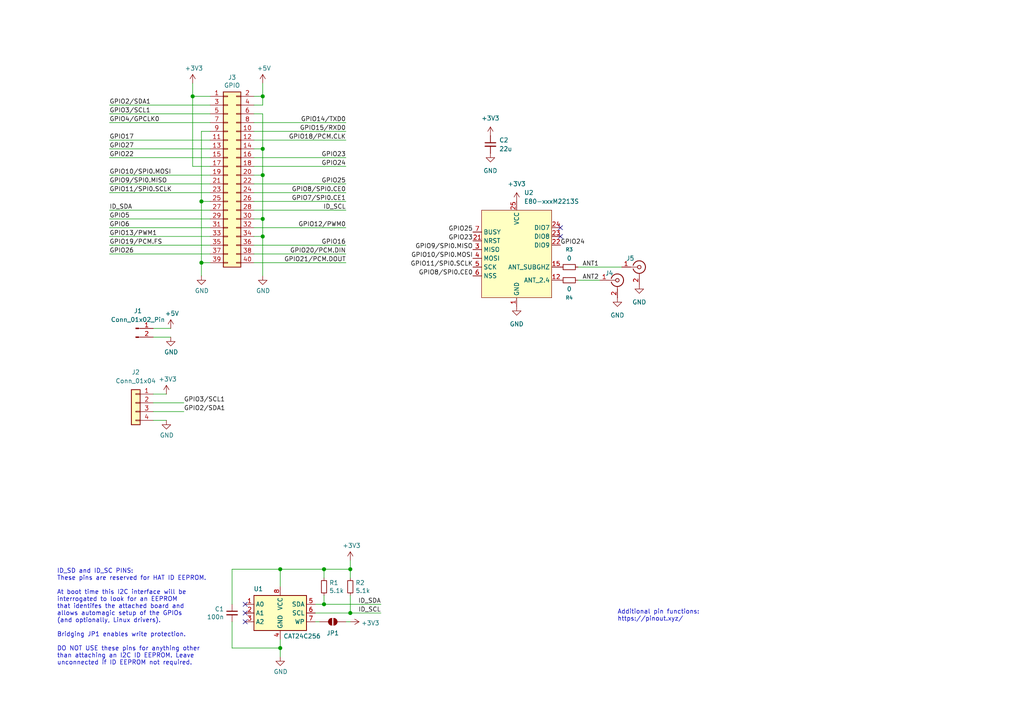
<source format=kicad_sch>
(kicad_sch (version 20250114) (generator "eeschema") (generator_version "9.0")
  (paper "A4")
  (title_block (date "15 nov 2012"))
  (lib_symbols
    (symbol "Connector:Conn_01x02_Pin" (pin_names (offset 1.016) (hide yes))
      (property "Reference" "J" (at 0 2.54 0))
      (property "Value" "Conn_01x02_Pin" (at 0 -5.08 0))
      (symbol "Conn_01x02_Pin_1_1"
        (rectangle (start 0.8636 0.127) (end 0 -0.127) (stroke (width 0.1524)) (fill (type outline)))
        (rectangle (start 0.8636 -2.413) (end 0 -2.667) (stroke (width 0.1524)) (fill (type outline)))
        (polyline (pts (xy 1.27 0) (xy 0.8636 0)) (stroke (width 0.1524)))
        (polyline (pts (xy 1.27 -2.54) (xy 0.8636 -2.54)) (stroke (width 0.1524)))
        (pin passive line (at 5.08 0 180) (length 3.81) (name "Pin_1") (number "1"))
        (pin passive line (at 5.08 -2.54 180) (length 3.81) (name "Pin_2") (number "2"))
      )
    )
    (symbol "Connector:Conn_Coaxial" (pin_names (offset 1.016) (hide yes))
      (property "Reference" "J" (at 0.254 3.048 0))
      (property "Value" "Conn_Coaxial" (at 2.921 0 90))
      (symbol "Conn_Coaxial_0_1"
        (polyline (pts (xy -2.54 0) (xy -0.508 0)))
        (arc (start 1.778 0) (mid 0.222 -1.8079) (end -1.778 -0.508) (stroke (width 0.254)))
        (arc (start -1.778 0.508) (mid 0.2221 1.8084) (end 1.778 0) (stroke (width 0.254)))
        (circle (center 0 0) (radius 0.508) (stroke (width 0.2032)))
        (polyline (pts (xy 0 -2.54) (xy 0 -1.778)))
      )
      (symbol "Conn_Coaxial_1_1"
        (pin passive line (at -5.08 0 0) (length 2.54) (name "In") (number "1"))
        (pin passive line (at 0 -5.08 90) (length 2.54) (name "Ext") (number "2"))
      )
    )
    (symbol "Connector_Generic:Conn_01x04" (pin_names (offset 1.016) (hide yes))
      (property "Reference" "J" (at 0 5.08 0))
      (property "Value" "Conn_01x04" (at 0 -7.62 0))
      (symbol "Conn_01x04_1_1"
        (rectangle (start -1.27 3.81) (end 1.27 -6.35) (stroke (width 0.254)) (fill (type background)))
        (rectangle (start -1.27 2.667) (end 0 2.413) (stroke (width 0.1524)))
        (rectangle (start -1.27 0.127) (end 0 -0.127) (stroke (width 0.1524)))
        (rectangle (start -1.27 -2.413) (end 0 -2.667) (stroke (width 0.1524)))
        (rectangle (start -1.27 -4.953) (end 0 -5.207) (stroke (width 0.1524)))
        (pin passive line (at -5.08 2.54 0) (length 3.81) (name "Pin_1") (number "1"))
        (pin passive line (at -5.08 0 0) (length 3.81) (name "Pin_2") (number "2"))
        (pin passive line (at -5.08 -2.54 0) (length 3.81) (name "Pin_3") (number "3"))
        (pin passive line (at -5.08 -5.08 0) (length 3.81) (name "Pin_4") (number "4"))
      )
    )
    (symbol "Connector_Generic:Conn_02x20_Odd_Even" (pin_names (offset 1.016) (hide yes))
      (property "Reference" "J" (at 1.27 25.4 0))
      (property "Value" "Conn_02x20_Odd_Even" (at 1.27 -27.94 0))
      (symbol "Conn_02x20_Odd_Even_1_1"
        (rectangle (start -1.27 24.13) (end 3.81 -26.67) (stroke (width 0.254)) (fill (type background)))
        (rectangle (start -1.27 22.987) (end 0 22.733) (stroke (width 0.1524)))
        (rectangle (start -1.27 20.447) (end 0 20.193) (stroke (width 0.1524)))
        (rectangle (start -1.27 17.907) (end 0 17.653) (stroke (width 0.1524)))
        (rectangle (start -1.27 15.367) (end 0 15.113) (stroke (width 0.1524)))
        (rectangle (start -1.27 12.827) (end 0 12.573) (stroke (width 0.1524)))
        (rectangle (start -1.27 10.287) (end 0 10.033) (stroke (width 0.1524)))
        (rectangle (start -1.27 7.747) (end 0 7.493) (stroke (width 0.1524)))
        (rectangle (start -1.27 5.207) (end 0 4.953) (stroke (width 0.1524)))
        (rectangle (start -1.27 2.667) (end 0 2.413) (stroke (width 0.1524)))
        (rectangle (start -1.27 0.127) (end 0 -0.127) (stroke (width 0.1524)))
        (rectangle (start -1.27 -2.413) (end 0 -2.667) (stroke (width 0.1524)))
        (rectangle (start -1.27 -4.953) (end 0 -5.207) (stroke (width 0.1524)))
        (rectangle (start -1.27 -7.493) (end 0 -7.747) (stroke (width 0.1524)))
        (rectangle (start -1.27 -10.033) (end 0 -10.287) (stroke (width 0.1524)))
        (rectangle (start -1.27 -12.573) (end 0 -12.827) (stroke (width 0.1524)))
        (rectangle (start -1.27 -15.113) (end 0 -15.367) (stroke (width 0.1524)))
        (rectangle (start -1.27 -17.653) (end 0 -17.907) (stroke (width 0.1524)))
        (rectangle (start -1.27 -20.193) (end 0 -20.447) (stroke (width 0.1524)))
        (rectangle (start -1.27 -22.733) (end 0 -22.987) (stroke (width 0.1524)))
        (rectangle (start -1.27 -25.273) (end 0 -25.527) (stroke (width 0.1524)))
        (rectangle (start 3.81 22.987) (end 2.54 22.733) (stroke (width 0.1524)))
        (rectangle (start 3.81 20.447) (end 2.54 20.193) (stroke (width 0.1524)))
        (rectangle (start 3.81 17.907) (end 2.54 17.653) (stroke (width 0.1524)))
        (rectangle (start 3.81 15.367) (end 2.54 15.113) (stroke (width 0.1524)))
        (rectangle (start 3.81 12.827) (end 2.54 12.573) (stroke (width 0.1524)))
        (rectangle (start 3.81 10.287) (end 2.54 10.033) (stroke (width 0.1524)))
        (rectangle (start 3.81 7.747) (end 2.54 7.493) (stroke (width 0.1524)))
        (rectangle (start 3.81 5.207) (end 2.54 4.953) (stroke (width 0.1524)))
        (rectangle (start 3.81 2.667) (end 2.54 2.413) (stroke (width 0.1524)))
        (rectangle (start 3.81 0.127) (end 2.54 -0.127) (stroke (width 0.1524)))
        (rectangle (start 3.81 -2.413) (end 2.54 -2.667) (stroke (width 0.1524)))
        (rectangle (start 3.81 -4.953) (end 2.54 -5.207) (stroke (width 0.1524)))
        (rectangle (start 3.81 -7.493) (end 2.54 -7.747) (stroke (width 0.1524)))
        (rectangle (start 3.81 -10.033) (end 2.54 -10.287) (stroke (width 0.1524)))
        (rectangle (start 3.81 -12.573) (end 2.54 -12.827) (stroke (width 0.1524)))
        (rectangle (start 3.81 -15.113) (end 2.54 -15.367) (stroke (width 0.1524)))
        (rectangle (start 3.81 -17.653) (end 2.54 -17.907) (stroke (width 0.1524)))
        (rectangle (start 3.81 -20.193) (end 2.54 -20.447) (stroke (width 0.1524)))
        (rectangle (start 3.81 -22.733) (end 2.54 -22.987) (stroke (width 0.1524)))
        (rectangle (start 3.81 -25.273) (end 2.54 -25.527) (stroke (width 0.1524)))
        (pin passive line (at -5.08 22.86 0) (length 3.81) (name "Pin_1") (number "1"))
        (pin passive line (at -5.08 20.32 0) (length 3.81) (name "Pin_3") (number "3"))
        (pin passive line (at -5.08 17.78 0) (length 3.81) (name "Pin_5") (number "5"))
        (pin passive line (at -5.08 15.24 0) (length 3.81) (name "Pin_7") (number "7"))
        (pin passive line (at -5.08 12.7 0) (length 3.81) (name "Pin_9") (number "9"))
        (pin passive line (at -5.08 10.16 0) (length 3.81) (name "Pin_11") (number "11"))
        (pin passive line (at -5.08 7.62 0) (length 3.81) (name "Pin_13") (number "13"))
        (pin passive line (at -5.08 5.08 0) (length 3.81) (name "Pin_15") (number "15"))
        (pin passive line (at -5.08 2.54 0) (length 3.81) (name "Pin_17") (number "17"))
        (pin passive line (at -5.08 0 0) (length 3.81) (name "Pin_19") (number "19"))
        (pin passive line (at -5.08 -2.54 0) (length 3.81) (name "Pin_21") (number "21"))
        (pin passive line (at -5.08 -5.08 0) (length 3.81) (name "Pin_23") (number "23"))
        (pin passive line (at -5.08 -7.62 0) (length 3.81) (name "Pin_25") (number "25"))
        (pin passive line (at -5.08 -10.16 0) (length 3.81) (name "Pin_27") (number "27"))
        (pin passive line (at -5.08 -12.7 0) (length 3.81) (name "Pin_29") (number "29"))
        (pin passive line (at -5.08 -15.24 0) (length 3.81) (name "Pin_31") (number "31"))
        (pin passive line (at -5.08 -17.78 0) (length 3.81) (name "Pin_33") (number "33"))
        (pin passive line (at -5.08 -20.32 0) (length 3.81) (name "Pin_35") (number "35"))
        (pin passive line (at -5.08 -22.86 0) (length 3.81) (name "Pin_37") (number "37"))
        (pin passive line (at -5.08 -25.4 0) (length 3.81) (name "Pin_39") (number "39"))
        (pin passive line (at 7.62 22.86 180) (length 3.81) (name "Pin_2") (number "2"))
        (pin passive line (at 7.62 20.32 180) (length 3.81) (name "Pin_4") (number "4"))
        (pin passive line (at 7.62 17.78 180) (length 3.81) (name "Pin_6") (number "6"))
        (pin passive line (at 7.62 15.24 180) (length 3.81) (name "Pin_8") (number "8"))
        (pin passive line (at 7.62 12.7 180) (length 3.81) (name "Pin_10") (number "10"))
        (pin passive line (at 7.62 10.16 180) (length 3.81) (name "Pin_12") (number "12"))
        (pin passive line (at 7.62 7.62 180) (length 3.81) (name "Pin_14") (number "14"))
        (pin passive line (at 7.62 5.08 180) (length 3.81) (name "Pin_16") (number "16"))
        (pin passive line (at 7.62 2.54 180) (length 3.81) (name "Pin_18") (number "18"))
        (pin passive line (at 7.62 0 180) (length 3.81) (name "Pin_20") (number "20"))
        (pin passive line (at 7.62 -2.54 180) (length 3.81) (name "Pin_22") (number "22"))
        (pin passive line (at 7.62 -5.08 180) (length 3.81) (name "Pin_24") (number "24"))
        (pin passive line (at 7.62 -7.62 180) (length 3.81) (name "Pin_26") (number "26"))
        (pin passive line (at 7.62 -10.16 180) (length 3.81) (name "Pin_28") (number "28"))
        (pin passive line (at 7.62 -12.7 180) (length 3.81) (name "Pin_30") (number "30"))
        (pin passive line (at 7.62 -15.24 180) (length 3.81) (name "Pin_32") (number "32"))
        (pin passive line (at 7.62 -17.78 180) (length 3.81) (name "Pin_34") (number "34"))
        (pin passive line (at 7.62 -20.32 180) (length 3.81) (name "Pin_36") (number "36"))
        (pin passive line (at 7.62 -22.86 180) (length 3.81) (name "Pin_38") (number "38"))
        (pin passive line (at 7.62 -25.4 180) (length 3.81) (name "Pin_40") (number "40"))
      )
    )
    (symbol "Device:C_Small" (pin_numbers (hide yes)) (pin_names (offset 0.254) (hide yes))
      (property "Reference" "C" (at 0.254 1.778 0))
      (property "Value" "C_Small" (at 0.254 -2.032 0))
      (symbol "C_Small_0_1"
        (polyline (pts (xy -1.524 0.508) (xy 1.524 0.508)) (stroke (width 0.3048)))
        (polyline (pts (xy -1.524 -0.508) (xy 1.524 -0.508)) (stroke (width 0.3302)))
      )
      (symbol "C_Small_1_1"
        (pin passive line (at 0 2.54 270) (length 2.032) (name "~") (number "1"))
        (pin passive line (at 0 -2.54 90) (length 2.032) (name "~") (number "2"))
      )
    )
    (symbol "Device:R_Small" (pin_numbers (hide yes)) (pin_names (offset 0.254) (hide yes))
      (property "Reference" "R" (at 0.762 0.508 0))
      (property "Value" "R_Small" (at 0.762 -1.016 0))
      (symbol "R_Small_0_1"
        (rectangle (start -0.762 1.778) (end 0.762 -1.778) (stroke (width 0.2032)))
      )
      (symbol "R_Small_1_1"
        (pin passive line (at 0 2.54 270) (length 0.762) (name "~") (number "1"))
        (pin passive line (at 0 -2.54 90) (length 0.762) (name "~") (number "2"))
      )
    )
    (symbol "Jumper:SolderJumper_2_Open" (pin_numbers (hide yes)) (pin_names (offset 0) (hide yes)) (exclude_from_sim yes) (in_bom no)
      (property "Reference" "JP" (at 0 2.032 0))
      (property "Value" "SolderJumper_2_Open" (at 0 -2.54 0))
      (symbol "SolderJumper_2_Open_0_1"
        (polyline (pts (xy -0.254 1.016) (xy -0.254 -1.016)))
        (arc (start -0.254 -1.016) (mid -1.2656 0) (end -0.254 1.016))
        (arc (start -0.254 -1.016) (mid -1.2656 0) (end -0.254 1.016) (fill (type outline)))
        (arc (start 0.254 1.016) (mid 1.2656 0) (end 0.254 -1.016))
        (arc (start 0.254 1.016) (mid 1.2656 0) (end 0.254 -1.016) (fill (type outline)))
        (polyline (pts (xy 0.254 1.016) (xy 0.254 -1.016)))
      )
      (symbol "SolderJumper_2_Open_1_1"
        (pin passive line (at -3.81 0 0) (length 2.54) (name "A") (number "1"))
        (pin passive line (at 3.81 0 180) (length 2.54) (name "B") (number "2"))
      )
    )
    (symbol "Memory_EEPROM:CAT24C256"
      (property "Reference" "U" (at -6.35 6.35 0))
      (property "Value" "CAT24C256" (at 1.27 6.35 0))
      (symbol "CAT24C256_1_1"
        (rectangle (start -7.62 5.08) (end 7.62 -5.08) (stroke (width 0.254)) (fill (type background)))
        (pin input line (at -10.16 2.54 0) (length 2.54) (name "A0") (number "1"))
        (pin input line (at -10.16 0 0) (length 2.54) (name "A1") (number "2"))
        (pin input line (at -10.16 -2.54 0) (length 2.54) (name "A2") (number "3"))
        (pin power_in line (at 0 7.62 270) (length 2.54) (name "VCC") (number "8"))
        (pin power_in line (at 0 -7.62 90) (length 2.54) (name "GND") (number "4"))
        (pin bidirectional line (at 10.16 2.54 180) (length 2.54) (name "SDA") (number "5"))
        (pin input line (at 10.16 0 180) (length 2.54) (name "SCL") (number "6"))
        (pin input line (at 10.16 -2.54 180) (length 2.54) (name "WP") (number "7"))
      )
    )
    (symbol "R_Small_1" (pin_numbers (hide yes)) (pin_names (offset 0.254) (hide yes))
      (property "Reference" "R" (at 0 0 90))
      (property "Value" "R_Small" (at 1.778 0 90))
      (symbol "R_Small_1_0_1"
        (rectangle (start -0.762 1.778) (end 0.762 -1.778) (stroke (width 0.2032)))
      )
      (symbol "R_Small_1_1_1"
        (pin passive line (at 0 2.54 270) (length 0.762) (name "~") (number "1"))
        (pin passive line (at 0 -2.54 90) (length 0.762) (name "~") (number "2"))
      )
    )
    (symbol "power:+3.3V" (power) (pin_numbers (hide yes)) (pin_names (offset 0) (hide yes))
      (property "Value" "+3.3V" (at 0 3.556 0))
      (symbol "+3.3V_0_1"
        (polyline (pts (xy -0.762 1.27) (xy 0 2.54)))
        (polyline (pts (xy 0 2.54) (xy 0.762 1.27)))
        (polyline (pts (xy 0 0) (xy 0 2.54)))
      )
      (symbol "+3.3V_1_1"
        (pin power_in line (at 0 0 90) (length 0) (name "~") (number "1"))
      )
    )
    (symbol "power:+3V3" (power) (pin_numbers (hide yes)) (pin_names (offset 0) (hide yes))
      (property "Value" "+3V3" (at 0 3.556 0))
      (symbol "+3V3_0_1"
        (polyline (pts (xy -0.762 1.27) (xy 0 2.54)))
        (polyline (pts (xy 0 2.54) (xy 0.762 1.27)))
        (polyline (pts (xy 0 0) (xy 0 2.54)))
      )
      (symbol "+3V3_1_1"
        (pin power_in line (at 0 0 90) (length 0) (name "~") (number "1"))
      )
    )
    (symbol "power:+5V" (power) (pin_numbers (hide yes)) (pin_names (offset 0) (hide yes))
      (property "Value" "+5V" (at 0 3.556 0))
      (symbol "+5V_0_1"
        (polyline (pts (xy -0.762 1.27) (xy 0 2.54)))
        (polyline (pts (xy 0 2.54) (xy 0.762 1.27)))
        (polyline (pts (xy 0 0) (xy 0 2.54)))
      )
      (symbol "+5V_1_1"
        (pin power_in line (at 0 0 90) (length 0) (name "~") (number "1"))
      )
    )
    (symbol "power:GND" (power) (pin_numbers (hide yes)) (pin_names (offset 0) (hide yes))
      (property "Value" "GND" (at 0 -3.81 0))
      (symbol "GND_0_1"
        (polyline (pts (xy 0 0) (xy 0 -1.27) (xy 1.27 -1.27) (xy 0 -2.54) (xy -1.27 -1.27) (xy 0 -1.27)))
      )
      (symbol "GND_1_1"
        (pin power_in line (at 0 0 270) (length 0) (name "~") (number "1"))
      )
    )
    (symbol "stary:Ebyte_E80-22"
      (property "Reference" "U" (at 0 20.066 0))
      (property "Value" "E80-xxxM2213S" (at 0.254 21.844 0))
      (symbol "Ebyte_E80-22_1_1"
        (rectangle (start -10.16 12.7) (end 10.16 -12.7) (fill (type background)))
        (pin no_connect line (at -17.78 16.51 180) (length 2.54) (hide yes) (name "NC") (number "2"))
        (pin no_connect line (at -17.78 13.97 180) (length 2.54) (hide yes) (name "NC") (number "20"))
        (pin output line (at -12.7 6.35 0) (length 2.54) (name "BUSY") (number "7"))
        (pin input line (at -12.7 3.81 0) (length 2.54) (name "NRST") (number "21"))
        (pin output line (at -12.7 1.27 0) (length 2.54) (name "MISO") (number "3"))
        (pin input line (at -12.7 -1.27 0) (length 2.54) (name "MOSI") (number "4"))
        (pin input line (at -12.7 -3.81 0) (length 2.54) (name "SCK") (number "5"))
        (pin input line (at -12.7 -6.35 0) (length 2.54) (name "NSS") (number "6"))
        (pin input line (at 0 15.24 270) (length 2.54) (name "VCC") (number "25"))
        (pin input line (at 0 -15.24 90) (length 2.54) (name "GND") (number "1"))
        (pin input line (at 0 -15.24 90) (length 2.54) (hide yes) (name "GND") (number "11"))
        (pin input line (at 0 -15.24 90) (length 2.54) (hide yes) (name "GND") (number "13"))
        (pin input line (at 0 -15.24 90) (length 2.54) (hide yes) (name "GND") (number "14"))
        (pin input line (at 0 -15.24 90) (length 2.54) (hide yes) (name "GND") (number "16"))
        (pin input line (at 0 -15.24 90) (length 2.54) (hide yes) (name "GND") (number "19"))
        (pin input line (at 0 -15.24 90) (length 2.54) (hide yes) (name "GND") (number "26"))
        (pin input line (at 0 -15.24 90) (length 2.54) (hide yes) (name "GND") (number "8"))
        (pin input line (at 12.7 7.62 180) (length 2.54) (name "DIO7") (number "24"))
        (pin input line (at 12.7 5.08 180) (length 2.54) (name "DIO8") (number "23"))
        (pin input line (at 12.7 2.54 180) (length 2.54) (name "DIO9") (number "22"))
        (pin output line (at 12.7 -3.81 180) (length 2.54) (name "ANT_SUBGHZ") (number "15"))
        (pin output line (at 12.7 -7.62 180) (length 2.54) (name "ANT_2.4") (number "12"))
      )
    )
  )
  (text "ID_SD and ID_SC PINS:\nThese pins are reserved for HAT ID EEPROM.\n\nAt boot time this I2C interface will be\ninterrogated to look for an EEPROM\nthat identifes the attached board and\nallows automagic setup of the GPIOs\n(and optionally, Linux drivers).\n\nBridging JP1 enables write protection.\n\nDO NOT USE these pins for anything other\nthan attaching an I2C ID EEPROM. Leave\nunconnected if ID EEPROM not required." (at 16.51 193.04 0) (effects (font (size 1.27 1.27)) (justify left bottom)))
  (text "Additional pin functions:\nhttps://pinout.xyz/" (at 179.07 180.34 0) (effects (font (size 1.27 1.27)) (justify left bottom)))
  (junction (at 76.2 63.5) (diameter 1.016))
  (junction (at 101.6 165.1) (diameter 1.016))
  (junction (at 55.88 27.94) (diameter 1.016))
  (junction (at 76.2 68.58) (diameter 1.016))
  (junction (at 93.98 175.26) (diameter 1.016))
  (junction (at 58.42 58.42) (diameter 1.016))
  (junction (at 76.2 50.8) (diameter 1.016))
  (junction (at 76.2 43.18) (diameter 1.016))
  (junction (at 93.98 165.1) (diameter 1.016))
  (junction (at 81.28 187.96) (diameter 1.016))
  (junction (at 81.28 165.1) (diameter 1.016))
  (junction (at 58.42 76.2) (diameter 1.016))
  (junction (at 76.2 27.94) (diameter 1.016))
  (junction (at 101.6 177.8) (diameter 1.016))
  (no_connect (at 71.12 175.26))
  (no_connect (at 71.12 177.8))
  (no_connect (at 71.12 180.34))
  (no_connect (at 162.56 66.04))
  (no_connect (at 162.56 68.58))
  (wire (pts (xy 53.34 119.38) (xy 44.45 119.38)))
  (wire (pts (xy 58.42 58.42) (xy 58.42 76.2)))
  (wire (pts (xy 73.66 58.42) (xy 100.33 58.42)))
  (wire (pts (xy 60.96 40.64) (xy 31.75 40.64)))
  (wire (pts (xy 81.28 165.1) (xy 93.98 165.1)))
  (wire (pts (xy 101.6 165.1) (xy 93.98 165.1)))
  (wire (pts (xy 101.6 167.64) (xy 101.6 165.1)))
  (wire (pts (xy 76.2 33.02) (xy 76.2 43.18)))
  (wire (pts (xy 76.2 50.8) (xy 73.66 50.8)))
  (wire (pts (xy 76.2 63.5) (xy 76.2 68.58)))
  (wire (pts (xy 76.2 50.8) (xy 76.2 63.5)))
  (wire (pts (xy 73.66 35.56) (xy 100.33 35.56)))
  (wire (pts (xy 58.42 38.1) (xy 58.42 58.42)))
  (wire (pts (xy 91.44 175.26) (xy 93.98 175.26)))
  (wire (pts (xy 93.98 175.26) (xy 110.49 175.26)))
  (wire (pts (xy 167.64 81.28) (xy 173.99 81.28)))
  (wire (pts (xy 58.42 38.1) (xy 60.96 38.1)))
  (wire (pts (xy 91.44 180.34) (xy 92.71 180.34)))
  (wire (pts (xy 100.33 180.34) (xy 101.6 180.34)))
  (wire (pts (xy 73.66 55.88) (xy 100.33 55.88)))
  (wire (pts (xy 60.96 60.96) (xy 31.75 60.96)))
  (wire (pts (xy 31.75 63.5) (xy 60.96 63.5)))
  (wire (pts (xy 58.42 58.42) (xy 60.96 58.42)))
  (wire (pts (xy 101.6 162.56) (xy 101.6 165.1)))
  (wire (pts (xy 73.66 45.72) (xy 100.33 45.72)))
  (wire (pts (xy 81.28 165.1) (xy 81.28 170.18)))
  (wire (pts (xy 73.66 76.2) (xy 100.33 76.2)))
  (wire (pts (xy 58.42 76.2) (xy 58.42 80.01)))
  (wire (pts (xy 31.75 43.18) (xy 60.96 43.18)))
  (wire (pts (xy 101.6 172.72) (xy 101.6 177.8)))
  (wire (pts (xy 55.88 24.13) (xy 55.88 27.94)))
  (wire (pts (xy 167.64 77.47) (xy 180.34 77.47)))
  (wire (pts (xy 76.2 68.58) (xy 73.66 68.58)))
  (wire (pts (xy 31.75 33.02) (xy 60.96 33.02)))
  (wire (pts (xy 31.75 55.88) (xy 60.96 55.88)))
  (wire (pts (xy 55.88 48.26) (xy 60.96 48.26)))
  (wire (pts (xy 60.96 30.48) (xy 31.75 30.48)))
  (wire (pts (xy 76.2 27.94) (xy 76.2 30.48)))
  (wire (pts (xy 76.2 43.18) (xy 76.2 50.8)))
  (wire (pts (xy 73.66 40.64) (xy 100.33 40.64)))
  (wire (pts (xy 76.2 43.18) (xy 73.66 43.18)))
  (wire (pts (xy 76.2 24.13) (xy 76.2 27.94)))
  (wire (pts (xy 53.34 116.84) (xy 44.45 116.84)))
  (wire (pts (xy 49.53 95.25) (xy 44.45 95.25)))
  (wire (pts (xy 31.75 35.56) (xy 60.96 35.56)))
  (wire (pts (xy 93.98 165.1) (xy 93.98 167.64)))
  (wire (pts (xy 76.2 27.94) (xy 73.66 27.94)))
  (wire (pts (xy 55.88 27.94) (xy 55.88 48.26)))
  (wire (pts (xy 73.66 48.26) (xy 100.33 48.26)))
  (wire (pts (xy 73.66 38.1) (xy 100.33 38.1)))
  (wire (pts (xy 93.98 172.72) (xy 93.98 175.26)))
  (wire (pts (xy 91.44 177.8) (xy 101.6 177.8)))
  (wire (pts (xy 101.6 177.8) (xy 110.49 177.8)))
  (wire (pts (xy 31.75 45.72) (xy 60.96 45.72)))
  (wire (pts (xy 31.75 53.34) (xy 60.96 53.34)))
  (wire (pts (xy 48.26 121.92) (xy 44.45 121.92)))
  (wire (pts (xy 31.75 66.04) (xy 60.96 66.04)))
  (wire (pts (xy 76.2 30.48) (xy 73.66 30.48)))
  (wire (pts (xy 31.75 71.12) (xy 60.96 71.12)))
  (wire (pts (xy 73.66 71.12) (xy 100.33 71.12)))
  (wire (pts (xy 73.66 66.04) (xy 100.33 66.04)))
  (wire (pts (xy 58.42 76.2) (xy 60.96 76.2)))
  (wire (pts (xy 48.26 114.3) (xy 44.45 114.3)))
  (wire (pts (xy 73.66 73.66) (xy 100.33 73.66)))
  (wire (pts (xy 49.53 97.79) (xy 44.45 97.79)))
  (wire (pts (xy 76.2 33.02) (xy 73.66 33.02)))
  (wire (pts (xy 31.75 73.66) (xy 60.96 73.66)))
  (wire (pts (xy 67.31 165.1) (xy 67.31 175.26)))
  (wire (pts (xy 67.31 180.34) (xy 67.31 187.96)))
  (wire (pts (xy 67.31 187.96) (xy 81.28 187.96)))
  (wire (pts (xy 81.28 165.1) (xy 67.31 165.1)))
  (wire (pts (xy 81.28 185.42) (xy 81.28 187.96)))
  (wire (pts (xy 81.28 187.96) (xy 81.28 190.5)))
  (wire (pts (xy 76.2 68.58) (xy 76.2 80.01)))
  (wire (pts (xy 73.66 53.34) (xy 100.33 53.34)))
  (wire (pts (xy 60.96 68.58) (xy 31.75 68.58)))
  (wire (pts (xy 76.2 63.5) (xy 73.66 63.5)))
  (wire (pts (xy 55.88 27.94) (xy 60.96 27.94)))
  (wire (pts (xy 60.96 50.8) (xy 31.75 50.8)))
  (wire (pts (xy 73.66 60.96) (xy 100.33 60.96)))
  (label "GPIO25" (at 137.16 67.31 180))
  (label "ID_SDA" (at 31.75 60.96 0))
  (label "GPIO6" (at 31.75 66.04 0))
  (label "ID_SDA" (at 110.49 175.26 180))
  (label "ANT2" (at 168.91 81.28 0))
  (label "GPIO2{slash}SDA1" (at 53.34 119.38 0))
  (label "ID_SCL" (at 100.33 60.96 180))
  (label "GPIO5" (at 31.75 63.5 0))
  (label "GPIO9{slash}SPI0.MISO" (at 137.16 72.39 180))
  (label "GPIO21{slash}PCM.DOUT" (at 100.33 76.2 180))
  (label "GPIO19{slash}PCM.FS" (at 31.75 71.12 0))
  (label "GPIO24" (at 162.56 71.12 0))
  (label "GPIO10{slash}SPI0.MOSI" (at 31.75 50.8 0))
  (label "GPIO9{slash}SPI0.MISO" (at 31.75 53.34 0))
  (label "GPIO23" (at 100.33 45.72 180))
  (label "GPIO4{slash}GPCLK0" (at 31.75 35.56 0))
  (label "GPIO27" (at 31.75 43.18 0))
  (label "GPIO23" (at 137.16 69.85 180))
  (label "GPIO26" (at 31.75 73.66 0))
  (label "GPIO14{slash}TXD0" (at 100.33 35.56 180))
  (label "GPIO8{slash}SPI0.CE0" (at 100.33 55.88 180))
  (label "GPIO15{slash}RXD0" (at 100.33 38.1 180))
  (label "GPIO10{slash}SPI0.MOSI" (at 137.16 74.93 180))
  (label "GPIO16" (at 100.33 71.12 180))
  (label "GPIO22" (at 31.75 45.72 0))
  (label "GPIO2{slash}SDA1" (at 31.75 30.48 0))
  (label "GPIO8{slash}SPI0.CE0" (at 137.16 80.01 180))
  (label "GPIO17" (at 31.75 40.64 0))
  (label "GPIO25" (at 100.33 53.34 180))
  (label "GPIO3{slash}SCL1" (at 31.75 33.02 0))
  (label "GPIO18{slash}PCM.CLK" (at 100.33 40.64 180))
  (label "GPIO12{slash}PWM0" (at 100.33 66.04 180))
  (label "GPIO13{slash}PWM1" (at 31.75 68.58 0))
  (label "GPIO11{slash}SPI0.SCLK" (at 137.16 77.47 180))
  (label "GPIO20{slash}PCM.DIN" (at 100.33 73.66 180))
  (label "GPIO24" (at 100.33 48.26 180))
  (label "GPIO7{slash}SPI0.CE1" (at 100.33 58.42 180))
  (label "ID_SCL" (at 110.49 177.8 180))
  (label "GPIO3{slash}SCL1" (at 53.34 116.84 0))
  (label "ANT1" (at 168.91 77.47 0))
  (label "GPIO11{slash}SPI0.SCLK" (at 31.75 55.88 0))
  (symbol (lib_id "power:+5V") (at 76.2 24.13 0) (unit 1)
    (property "Reference" "#PWR07" (effects (hide yes)))
    (property "Value" "+5V" (at 76.5683 19.8056 0))
    (property "Description" "Power symbol creates a global label with name \"+5V\"" (effects (hide yes)))
  )
  (symbol (lib_id "power:+3.3V") (at 55.88 24.13 0) (unit 1)
    (property "Reference" "#PWR05" (effects (hide yes)))
    (property "Value" "+3V3" (at 56.2483 19.8056 0))
    (property "Description" "Power symbol creates a global label with name \"+3.3V\"" (effects (hide yes)))
  )
  (symbol (lib_id "power:GND") (at 76.2 80.01 0) (unit 1)
    (property "Reference" "#PWR08" (effects (hide yes)))
    (property "Value" "GND" (at 76.3143 84.3344 0))
    (property "Description" "Power symbol creates a global label with name \"GND\" , ground" (effects (hide yes)))
  )
  (symbol (lib_id "power:GND") (at 58.42 80.01 0) (unit 1)
    (property "Reference" "#PWR06" (effects (hide yes)))
    (property "Value" "GND" (at 58.5343 84.3344 0))
    (property "Description" "Power symbol creates a global label with name \"GND\" , ground" (effects (hide yes)))
  )
  (symbol (lib_id "Connector_Generic:Conn_02x20_Odd_Even") (at 66.04 50.8 0) (unit 1)
    (property "Reference" "J3" (at 67.31 22.4598 0))
    (property "Value" "GPIO" (at 67.31 24.765 0))
    (property "Footprint" "Connector_PinSocket_2.54mm:PinSocket_2x20_P2.54mm_Vertical" (effects (hide yes)))
    (property "Description" "Generic connector, double row, 02x20, odd/even pin numbering scheme (row 1 odd numbers, row 2 even numbers), script generated (kicad-library-utils/schlib/autogen/connector/)" (effects (hide yes)))
  )
  (symbol (lib_id "power:+3.3V") (at 48.26 114.3 0) (unit 1)
    (property "Reference" "#PWR01" (effects (hide yes)))
    (property "Value" "+3V3" (at 48.6283 109.9756 0))
    (property "Description" "Power symbol creates a global label with name \"+3.3V\"" (effects (hide yes)))
  )
  (symbol (lib_id "power:+3V3") (at 149.86 58.42 0) (unit 1)
    (property "Reference" "#PWR012" (effects (hide yes)))
    (property "Value" "+3V3" (at 149.86 53.34 0))
    (property "Description" "Power symbol creates a global label with name \"+3V3\"" (effects (hide yes)))
  )
  (symbol (lib_id "Device:C_Small") (at 67.31 177.8 0) (unit 1)
    (property "Reference" "C1" (at 64.9858 176.6506 0) (effects (justify right)))
    (property "Value" "100n" (at 64.9858 178.9493 0) (effects (justify right)))
    (property "Footprint" "Capacitor_SMD:C_0603_1608Metric" (effects (hide yes)))
    (property "Description" "Unpolarized capacitor, small symbol" (effects (hide yes)))
  )
  (symbol (lib_id "power:+5V") (at 49.53 95.25 0) (unit 1)
    (property "Reference" "#PWR03" (effects (hide yes)))
    (property "Value" "+5V" (at 49.8983 90.9256 0))
    (property "Description" "Power symbol creates a global label with name \"+5V\"" (effects (hide yes)))
  )
  (symbol (lib_id "Connector:Conn_Coaxial") (at 185.42 77.47 0) (unit 1)
    (property "Reference" "J5" (at 181.61 74.93 0) (effects (justify left)))
    (property "Value" "Conn_Coaxial" (effects (hide yes)))
    (property "Footprint" "Connector_Coaxial:SMA_Amphenol_901-144_Vertical" (effects (hide yes)))
    (property "Description" "coaxial connector (BNC, SMA, SMB, SMC, Cinch/RCA, LEMO, ...)" (effects (hide yes)))
  )
  (symbol (lib_id "Device:R_Small") (at 93.98 170.18 0) (unit 1)
    (property "Reference" "R1" (at 95.4786 169.037 0) (effects (justify left)))
    (property "Value" "5.1k" (at 95.4787 171.3293 0) (effects (justify left)))
    (property "Footprint" "Resistor_SMD:R_0603_1608Metric" (effects (hide yes)))
    (property "Description" "Resistor, small symbol" (effects (hide yes)))
  )
  (symbol (lib_id "Connector:Conn_Coaxial") (at 179.07 81.28 0) (unit 1)
    (property "Reference" "J4" (at 175.514 79.248 0) (effects (justify left)))
    (property "Value" "Conn_Coaxial" (effects (hide yes)))
    (property "Footprint" "Connector_Coaxial:SMA_Amphenol_901-144_Vertical" (effects (hide yes)))
    (property "Description" "coaxial connector (BNC, SMA, SMB, SMC, Cinch/RCA, LEMO, ...)" (effects (hide yes)))
  )
  (symbol (lib_name "R_Small_1") (lib_id "Device:R_Small") (at 165.1 81.28 270) (unit 1)
    (property "Reference" "R4" (at 165.1 86.36 90) (effects (font (size 1.016 1.016))))
    (property "Value" "0" (at 165.1 83.82 90))
    (property "Footprint" "Resistor_SMD:R_0402_1005Metric" (effects (hide yes)))
    (property "Description" "Resistor, small symbol" (effects (hide yes)))
  )
  (symbol (lib_id "power:GND") (at 49.53 97.79 0) (unit 1)
    (property "Reference" "#PWR04" (effects (hide yes)))
    (property "Value" "GND" (at 49.6443 102.1144 0))
    (property "Description" "Power symbol creates a global label with name \"GND\" , ground" (effects (hide yes)))
  )
  (symbol (lib_id "Jumper:SolderJumper_2_Open") (at 96.52 180.34 0) (unit 1)
    (property "Reference" "JP1" (at 96.52 183.623 0))
    (property "Value" "ID_WP" (effects (hide yes)))
    (property "Footprint" "Jumper:SolderJumper-2_P1.3mm_Open_RoundedPad1.0x1.5mm" (effects (hide yes)))
    (property "Description" "Solder Jumper, 2-pole, open" (effects (hide yes)))
  )
  (symbol (lib_id "stary:Ebyte_E80-22") (at 149.86 73.66 0) (unit 1)
    (property "Reference" "U2" (at 152.0033 55.88 0) (effects (justify left)))
    (property "Value" "E80-xxxM2213S" (at 152.0033 58.42 0) (effects (justify left)))
    (property "Footprint" "stary:E80-xxxM2213S" (effects (hide yes)))
  )
  (symbol (lib_name "R_Small_1") (lib_id "Device:R_Small") (at 165.1 77.47 90) (unit 1)
    (property "Reference" "R3" (at 165.1 72.39 90) (effects (font (size 1.016 1.016))))
    (property "Value" "0" (at 165.1 74.93 90))
    (property "Footprint" "Resistor_SMD:R_0402_1005Metric" (effects (hide yes)))
    (property "Description" "Resistor, small symbol" (effects (hide yes)))
  )
  (symbol (lib_id "Device:R_Small") (at 101.6 170.18 0) (unit 1)
    (property "Reference" "R2" (at 103.0986 169.037 0) (effects (justify left)))
    (property "Value" "5.1k" (at 103.0987 171.3293 0) (effects (justify left)))
    (property "Footprint" "Resistor_SMD:R_0603_1608Metric" (effects (hide yes)))
    (property "Description" "Resistor, small symbol" (effects (hide yes)))
  )
  (symbol (lib_id "power:+3.3V") (at 101.6 162.56 0) (unit 1)
    (property "Reference" "#PWR010" (effects (hide yes)))
    (property "Value" "+3V3" (at 101.9683 158.2356 0))
    (property "Description" "Power symbol creates a global label with name \"+3.3V\"" (effects (hide yes)))
  )
  (symbol (lib_id "power:GND") (at 149.86 88.9 0) (unit 1)
    (property "Reference" "#PWR013" (effects (hide yes)))
    (property "Value" "GND" (at 149.86 93.98 0))
    (property "Description" "Power symbol creates a global label with name \"GND\" , ground" (effects (hide yes)))
  )
  (symbol (lib_id "Connector_Generic:Conn_01x04") (at 39.37 116.84 0) (mirror y) (unit 1)
    (property "Reference" "J2" (at 39.37 107.95 0))
    (property "Value" "Conn_01x04" (at 39.37 110.49 0))
    (property "Footprint" "Connector_PinHeader_2.54mm:PinHeader_1x04_P2.54mm_Vertical" (effects (hide yes)))
    (property "Description" "Generic connector, single row, 01x04, script generated (kicad-library-utils/schlib/autogen/connector/)" (effects (hide yes)))
  )
  (symbol (lib_id "power:GND") (at 185.42 82.55 0) (unit 1)
    (property "Reference" "#PWR015" (effects (hide yes)))
    (property "Value" "GND" (at 185.42 87.63 0))
    (property "Description" "Power symbol creates a global label with name \"GND\" , ground" (effects (hide yes)))
  )
  (symbol (lib_id "power:GND") (at 142.24 44.45 0) (unit 1)
    (property "Reference" "#PWR017" (effects (hide yes)))
    (property "Value" "GND" (at 142.24 49.53 0))
    (property "Description" "Power symbol creates a global label with name \"GND\" , ground" (effects (hide yes)))
  )
  (symbol (lib_id "Memory_EEPROM:CAT24C256") (at 81.28 177.8 0) (unit 1)
    (property "Reference" "U1" (at 74.93 170.7958 0))
    (property "Value" "CAT24C256" (at 87.63 184.5245 0))
    (property "Footprint" "Package_SO:SOIC-8_3.9x4.9mm_P1.27mm" (effects (hide yes)))
    (property "Datasheet" "https://www.onsemi.cn/PowerSolutions/document/CAT24C256-D.PDF" (effects (hide yes)))
    (property "Description" "256 kb CMOS Serial EEPROM, DIP-8/SOIC-8/TSSOP-8/DFN-8" (effects (hide yes)))
  )
  (symbol (lib_id "power:GND") (at 179.07 86.36 0) (unit 1)
    (property "Reference" "#PWR014" (effects (hide yes)))
    (property "Value" "GND" (at 179.07 91.44 0))
    (property "Description" "Power symbol creates a global label with name \"GND\" , ground" (effects (hide yes)))
  )
  (symbol (lib_id "power:GND") (at 48.26 121.92 0) (unit 1)
    (property "Reference" "#PWR02" (effects (hide yes)))
    (property "Value" "GND" (at 48.3743 126.2444 0))
    (property "Description" "Power symbol creates a global label with name \"GND\" , ground" (effects (hide yes)))
  )
  (symbol (lib_id "power:GND") (at 81.28 190.5 0) (unit 1)
    (property "Reference" "#PWR09" (effects (hide yes)))
    (property "Value" "GND" (at 81.3943 194.8244 0))
    (property "Description" "Power symbol creates a global label with name \"GND\" , ground" (effects (hide yes)))
  )
  (symbol (lib_id "Device:C_Small") (at 142.24 41.91 0) (unit 1)
    (property "Reference" "C2" (at 144.78 40.6462 0) (effects (justify left)))
    (property "Value" "22u" (at 144.78 43.1862 0) (effects (justify left)))
    (property "Footprint" "Capacitor_SMD:C_1206_3216Metric" (effects (hide yes)))
    (property "Description" "Unpolarized capacitor, small symbol" (effects (hide yes)))
  )
  (symbol (lib_id "power:+3.3V") (at 101.6 180.34 270) (unit 1)
    (property "Reference" "#PWR011" (effects (hide yes)))
    (property "Value" "+3V3" (at 104.7751 180.7083 90) (effects (justify left)))
    (property "Description" "Power symbol creates a global label with name \"+3.3V\"" (effects (hide yes)))
  )
  (symbol (lib_id "power:+3V3") (at 142.24 39.37 0) (unit 1)
    (property "Reference" "#PWR016" (effects (hide yes)))
    (property "Value" "+3V3" (at 142.24 34.29 0))
    (property "Description" "Power symbol creates a global label with name \"+3V3\"" (effects (hide yes)))
  )
  (symbol (lib_id "Connector:Conn_01x02_Pin") (at 39.37 95.25 0) (unit 1)
    (property "Reference" "J1" (at 40.005 90.17 0))
    (property "Value" "Conn_01x02_Pin" (at 40.005 92.71 0))
    (property "Footprint" "Connector_JST:JST_XH_B2B-XH-A_1x02_P2.50mm_Vertical" (effects (hide yes)))
    (property "Description" "Generic connector, single row, 01x02, script generated" (effects (hide yes)))
  )
)
</source>
